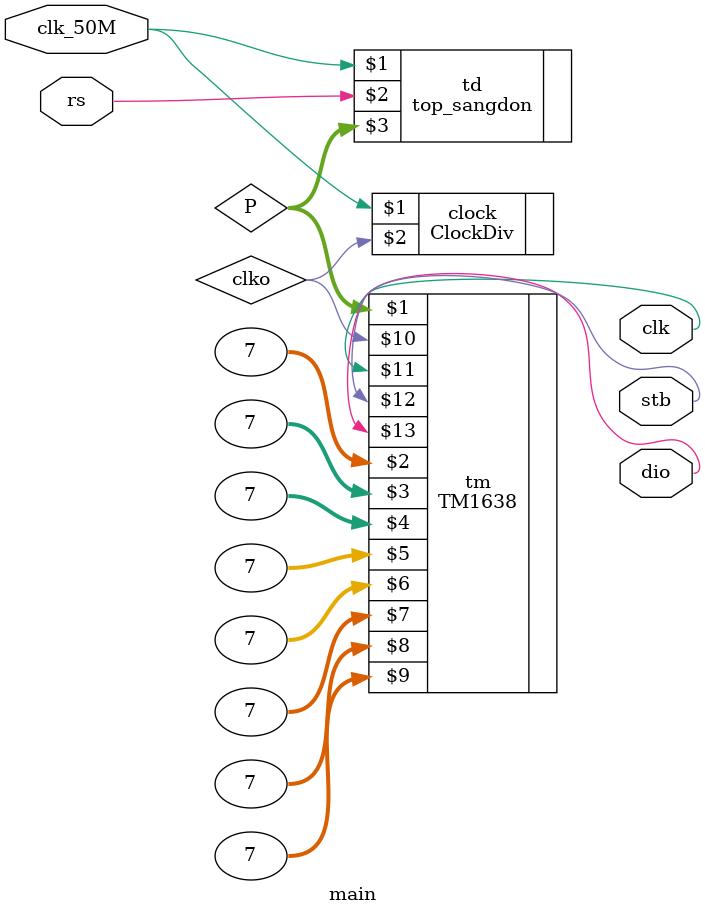
<source format=v>
`timescale 1ns / 1ps
module main( input clk_50M, input rs,
    output wire clk,
    output wire stb,
    output wire dio
  );

wire clko;
wire [7:0] P;
ClockDiv clock (clk_50M, clko);
top_sangdon td(clk_50M,rs,P);
TM1638 tm (P,7,7,7,7,7,7,7,7,clko,clk,stb,dio);	
endmodule

</source>
